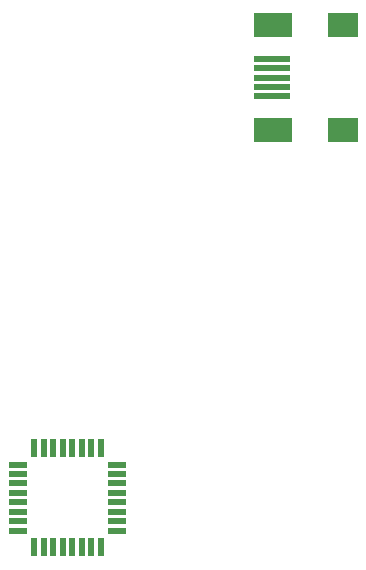
<source format=gbr>
G04 EAGLE Gerber RS-274X export*
G75*
%MOMM*%
%FSLAX34Y34*%
%LPD*%
%INSolderpaste Top*%
%IPPOS*%
%AMOC8*
5,1,8,0,0,1.08239X$1,22.5*%
G01*
%ADD10R,1.600000X0.550000*%
%ADD11R,0.550000X1.600000*%
%ADD12R,2.500000X2.000000*%
%ADD13R,3.300000X2.000000*%
%ADD14R,3.100000X0.500000*%


D10*
X631300Y548700D03*
X631300Y540700D03*
X631300Y532700D03*
X631300Y524700D03*
X631300Y516700D03*
X631300Y508700D03*
X631300Y500700D03*
X631300Y492700D03*
D11*
X645100Y478900D03*
X653100Y478900D03*
X661100Y478900D03*
X669100Y478900D03*
X677100Y478900D03*
X685100Y478900D03*
X693100Y478900D03*
X701100Y478900D03*
D10*
X714900Y492700D03*
X714900Y500700D03*
X714900Y508700D03*
X714900Y516700D03*
X714900Y524700D03*
X714900Y532700D03*
X714900Y540700D03*
X714900Y548700D03*
D11*
X701100Y562500D03*
X693100Y562500D03*
X685100Y562500D03*
X677100Y562500D03*
X669100Y562500D03*
X661100Y562500D03*
X653100Y562500D03*
X645100Y562500D03*
D12*
X906300Y920800D03*
X906300Y831800D03*
D13*
X847300Y920800D03*
X847300Y831800D03*
D14*
X846300Y860300D03*
X846300Y868300D03*
X846300Y876300D03*
X846300Y884300D03*
X846300Y892300D03*
M02*

</source>
